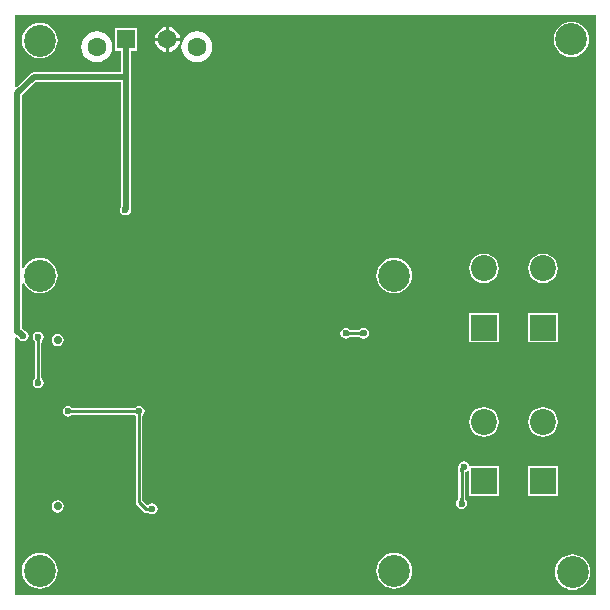
<source format=gbl>
G04*
G04 #@! TF.GenerationSoftware,Altium Limited,Altium Designer,19.0.10 (269)*
G04*
G04 Layer_Physical_Order=2*
G04 Layer_Color=16711680*
%FSLAX25Y25*%
%MOIN*%
G70*
G01*
G75*
%ADD10C,0.01000*%
%ADD48C,0.01968*%
%ADD49R,0.06299X0.06299*%
%ADD50C,0.06299*%
%ADD51C,0.10630*%
%ADD52R,0.08661X0.08661*%
%ADD53C,0.08661*%
%ADD54C,0.02756*%
%ADD55C,0.02362*%
G36*
X195219Y195219D02*
X195219Y1631D01*
X1631Y1631D01*
X1631Y87414D01*
X2131Y87806D01*
X2371Y87758D01*
X2690Y87439D01*
X3047Y86905D01*
X3636Y86511D01*
X4331Y86373D01*
X5026Y86511D01*
X5615Y86905D01*
X6008Y87494D01*
X6147Y88189D01*
X6008Y88884D01*
X5615Y89473D01*
X5026Y89867D01*
X4782Y89915D01*
X4185Y90512D01*
X4003Y90634D01*
Y105585D01*
X4503Y105710D01*
X4901Y104966D01*
X5640Y104065D01*
X6540Y103326D01*
X7568Y102777D01*
X8683Y102438D01*
X9843Y102324D01*
X11002Y102438D01*
X12117Y102777D01*
X13145Y103326D01*
X14045Y104065D01*
X14784Y104966D01*
X15334Y105993D01*
X15672Y107108D01*
X15786Y108268D01*
X15672Y109427D01*
X15334Y110542D01*
X14784Y111570D01*
X14045Y112470D01*
X13145Y113210D01*
X12117Y113759D01*
X11002Y114097D01*
X9843Y114211D01*
X8683Y114097D01*
X7568Y113759D01*
X6540Y113210D01*
X5640Y112470D01*
X4901Y111570D01*
X4503Y110826D01*
X4003Y110951D01*
Y168301D01*
X8515Y172814D01*
X36967D01*
Y131277D01*
X36708Y130888D01*
X36570Y130193D01*
X36708Y129499D01*
X37102Y128909D01*
X37691Y128516D01*
X38386Y128377D01*
X39081Y128516D01*
X39670Y128909D01*
X40064Y129499D01*
X40202Y130193D01*
X40180Y130301D01*
X40198Y130390D01*
Y175216D01*
Y183238D01*
X42332D01*
Y190737D01*
X34833D01*
Y183238D01*
X36967D01*
Y176044D01*
X7846D01*
X7228Y175921D01*
X6704Y175571D01*
X2093Y170961D01*
X1631Y171152D01*
Y195219D01*
X195219Y195219D01*
D02*
G37*
%LPC*%
G36*
X52862Y191107D02*
Y187487D01*
X56482D01*
X56405Y188070D01*
X55987Y189080D01*
X55322Y189947D01*
X54455Y190612D01*
X53446Y191030D01*
X52862Y191107D01*
D02*
G37*
G36*
X51862D02*
X51279Y191030D01*
X50270Y190612D01*
X49403Y189947D01*
X48737Y189080D01*
X48319Y188070D01*
X48243Y187487D01*
X51862D01*
Y191107D01*
D02*
G37*
G36*
X56482Y186487D02*
X52862D01*
Y182868D01*
X53446Y182944D01*
X54455Y183362D01*
X55322Y184028D01*
X55987Y184894D01*
X56405Y185904D01*
X56482Y186487D01*
D02*
G37*
G36*
X51862D02*
X48243D01*
X48319Y185904D01*
X48737Y184894D01*
X49403Y184028D01*
X50270Y183362D01*
X51279Y182944D01*
X51862Y182868D01*
Y186487D01*
D02*
G37*
G36*
X187008Y192951D02*
X185848Y192837D01*
X184733Y192499D01*
X183706Y191950D01*
X182805Y191211D01*
X182066Y190310D01*
X181517Y189282D01*
X181178Y188167D01*
X181064Y187008D01*
X181178Y185848D01*
X181517Y184733D01*
X182066Y183706D01*
X182805Y182805D01*
X183706Y182066D01*
X184733Y181517D01*
X185848Y181178D01*
X187008Y181064D01*
X188167Y181178D01*
X189282Y181517D01*
X190310Y182066D01*
X191211Y182805D01*
X191950Y183706D01*
X192499Y184733D01*
X192837Y185848D01*
X192951Y187008D01*
X192837Y188167D01*
X192499Y189282D01*
X191950Y190310D01*
X191211Y191211D01*
X190310Y191950D01*
X189282Y192499D01*
X188167Y192837D01*
X187008Y192951D01*
D02*
G37*
G36*
X9843Y192558D02*
X8683Y192444D01*
X7568Y192105D01*
X6540Y191556D01*
X5640Y190817D01*
X4901Y189916D01*
X4351Y188889D01*
X4013Y187774D01*
X3899Y186614D01*
X4013Y185455D01*
X4351Y184340D01*
X4901Y183312D01*
X5640Y182411D01*
X6540Y181672D01*
X7568Y181123D01*
X8683Y180785D01*
X9843Y180671D01*
X11002Y180785D01*
X12117Y181123D01*
X13145Y181672D01*
X14045Y182411D01*
X14784Y183312D01*
X15334Y184340D01*
X15672Y185455D01*
X15786Y186614D01*
X15672Y187774D01*
X15334Y188889D01*
X14784Y189916D01*
X14045Y190817D01*
X13145Y191556D01*
X12117Y192105D01*
X11002Y192444D01*
X9843Y192558D01*
D02*
G37*
G36*
X62205Y189679D02*
X60866Y189502D01*
X59619Y188986D01*
X58548Y188164D01*
X57726Y187093D01*
X57209Y185845D01*
X57033Y184507D01*
X57209Y183168D01*
X57726Y181921D01*
X58548Y180850D01*
X59619Y180028D01*
X60866Y179511D01*
X62205Y179335D01*
X63543Y179511D01*
X64791Y180028D01*
X65862Y180850D01*
X66684Y181921D01*
X67200Y183168D01*
X67377Y184507D01*
X67200Y185845D01*
X66684Y187093D01*
X65862Y188164D01*
X64791Y188986D01*
X63543Y189502D01*
X62205Y189679D01*
D02*
G37*
G36*
X28740D02*
X27402Y189502D01*
X26154Y188986D01*
X25083Y188164D01*
X24261Y187093D01*
X23745Y185845D01*
X23568Y184507D01*
X23745Y183168D01*
X24261Y181921D01*
X25083Y180850D01*
X26154Y180028D01*
X27402Y179511D01*
X28740Y179335D01*
X30079Y179511D01*
X31326Y180028D01*
X32397Y180850D01*
X33219Y181921D01*
X33736Y183168D01*
X33912Y184507D01*
X33736Y185845D01*
X33219Y187093D01*
X32397Y188164D01*
X31326Y188986D01*
X30079Y189502D01*
X28740Y189679D01*
D02*
G37*
G36*
X177559Y115603D02*
X176272Y115434D01*
X175072Y114937D01*
X174042Y114146D01*
X173252Y113117D01*
X172755Y111917D01*
X172586Y110630D01*
X172755Y109343D01*
X173252Y108143D01*
X174042Y107113D01*
X175072Y106323D01*
X176272Y105826D01*
X177559Y105657D01*
X178846Y105826D01*
X180046Y106323D01*
X181076Y107113D01*
X181866Y108143D01*
X182363Y109343D01*
X182532Y110630D01*
X182363Y111917D01*
X181866Y113117D01*
X181076Y114146D01*
X180046Y114937D01*
X178846Y115434D01*
X177559Y115603D01*
D02*
G37*
G36*
X157874D02*
X156587Y115434D01*
X155387Y114937D01*
X154357Y114146D01*
X153567Y113117D01*
X153070Y111917D01*
X152901Y110630D01*
X153070Y109343D01*
X153567Y108143D01*
X154357Y107113D01*
X155387Y106323D01*
X156587Y105826D01*
X157874Y105657D01*
X159161Y105826D01*
X160361Y106323D01*
X161391Y107113D01*
X162181Y108143D01*
X162678Y109343D01*
X162847Y110630D01*
X162678Y111917D01*
X162181Y113117D01*
X161391Y114146D01*
X160361Y114937D01*
X159161Y115434D01*
X157874Y115603D01*
D02*
G37*
G36*
X127953Y114211D02*
X126793Y114097D01*
X125678Y113759D01*
X124651Y113210D01*
X123750Y112470D01*
X123011Y111570D01*
X122462Y110542D01*
X122123Y109427D01*
X122009Y108268D01*
X122123Y107108D01*
X122462Y105993D01*
X123011Y104966D01*
X123750Y104065D01*
X124651Y103326D01*
X125678Y102777D01*
X126793Y102438D01*
X127953Y102324D01*
X129112Y102438D01*
X130227Y102777D01*
X131255Y103326D01*
X132156Y104065D01*
X132895Y104966D01*
X133444Y105993D01*
X133782Y107108D01*
X133896Y108268D01*
X133782Y109427D01*
X133444Y110542D01*
X132895Y111570D01*
X132156Y112470D01*
X131255Y113210D01*
X130227Y113759D01*
X129112Y114097D01*
X127953Y114211D01*
D02*
G37*
G36*
X117730Y90792D02*
X117035Y90654D01*
X116511Y90304D01*
X116446Y90280D01*
X116401Y90239D01*
X116378Y90221D01*
X116350Y90204D01*
X116318Y90187D01*
X116278Y90171D01*
X116231Y90157D01*
X116175Y90145D01*
X116110Y90135D01*
X116035Y90128D01*
X115934Y90126D01*
X115872Y90098D01*
X113669D01*
X113607Y90126D01*
X113506Y90128D01*
X113432Y90135D01*
X113367Y90145D01*
X113311Y90157D01*
X113263Y90171D01*
X113224Y90187D01*
X113191Y90204D01*
X113163Y90221D01*
X113140Y90239D01*
X113096Y90280D01*
X113030Y90304D01*
X112506Y90654D01*
X111811Y90792D01*
X111116Y90654D01*
X110527Y90260D01*
X110133Y89671D01*
X109995Y88976D01*
X110133Y88281D01*
X110527Y87692D01*
X111116Y87299D01*
X111811Y87160D01*
X112506Y87299D01*
X113030Y87649D01*
X113096Y87673D01*
X113140Y87714D01*
X113163Y87732D01*
X113191Y87749D01*
X113224Y87766D01*
X113263Y87781D01*
X113311Y87796D01*
X113367Y87808D01*
X113432Y87818D01*
X113506Y87824D01*
X113607Y87827D01*
X113669Y87855D01*
X115872D01*
X115934Y87827D01*
X116035Y87824D01*
X116110Y87818D01*
X116175Y87808D01*
X116231Y87796D01*
X116278Y87781D01*
X116318Y87766D01*
X116350Y87749D01*
X116378Y87732D01*
X116401Y87714D01*
X116446Y87673D01*
X116511Y87649D01*
X117035Y87299D01*
X117730Y87160D01*
X118425Y87299D01*
X119015Y87692D01*
X119408Y88281D01*
X119546Y88976D01*
X119408Y89671D01*
X119015Y90260D01*
X118425Y90654D01*
X117730Y90792D01*
D02*
G37*
G36*
X182490Y95876D02*
X172628D01*
Y86014D01*
X182490D01*
Y95876D01*
D02*
G37*
G36*
X162805D02*
X152943D01*
Y86014D01*
X162805D01*
Y95876D01*
D02*
G37*
G36*
X15748Y88828D02*
X14976Y88674D01*
X14322Y88237D01*
X13885Y87583D01*
X13731Y86811D01*
X13885Y86039D01*
X14322Y85385D01*
X14976Y84948D01*
X15748Y84794D01*
X16520Y84948D01*
X17174Y85385D01*
X17611Y86039D01*
X17765Y86811D01*
X17611Y87583D01*
X17174Y88237D01*
X16520Y88674D01*
X15748Y88828D01*
D02*
G37*
G36*
X9252Y89611D02*
X8557Y89473D01*
X7968Y89079D01*
X7574Y88490D01*
X7436Y87795D01*
X7574Y87100D01*
X7925Y86576D01*
X7949Y86510D01*
X7990Y86466D01*
X8008Y86443D01*
X8025Y86415D01*
X8041Y86383D01*
X8057Y86343D01*
X8071Y86296D01*
X8084Y86240D01*
X8094Y86174D01*
X8100Y86100D01*
X8103Y85999D01*
X8130Y85937D01*
Y74319D01*
X8103Y74257D01*
X8100Y74156D01*
X8094Y74081D01*
X8084Y74016D01*
X8071Y73960D01*
X8057Y73913D01*
X8041Y73873D01*
X8025Y73841D01*
X8008Y73813D01*
X7990Y73790D01*
X7949Y73746D01*
X7925Y73680D01*
X7574Y73156D01*
X7436Y72461D01*
X7574Y71766D01*
X7968Y71176D01*
X8557Y70783D01*
X9252Y70645D01*
X9947Y70783D01*
X10536Y71176D01*
X10930Y71766D01*
X11068Y72461D01*
X10930Y73156D01*
X10579Y73680D01*
X10555Y73746D01*
X10514Y73790D01*
X10496Y73813D01*
X10479Y73841D01*
X10463Y73873D01*
X10447Y73913D01*
X10433Y73960D01*
X10420Y74016D01*
X10410Y74081D01*
X10404Y74156D01*
X10401Y74257D01*
X10373Y74319D01*
Y85937D01*
X10401Y85999D01*
X10404Y86100D01*
X10410Y86174D01*
X10420Y86240D01*
X10433Y86296D01*
X10447Y86343D01*
X10463Y86383D01*
X10479Y86415D01*
X10496Y86443D01*
X10514Y86466D01*
X10555Y86510D01*
X10579Y86576D01*
X10930Y87100D01*
X11068Y87795D01*
X10930Y88490D01*
X10536Y89079D01*
X9947Y89473D01*
X9252Y89611D01*
D02*
G37*
G36*
X42913Y64808D02*
X42218Y64670D01*
X41629Y64276D01*
X41521Y64114D01*
X20684D01*
X20575Y64276D01*
X19986Y64670D01*
X19291Y64808D01*
X18596Y64670D01*
X18007Y64276D01*
X17614Y63687D01*
X17475Y62992D01*
X17614Y62297D01*
X18007Y61708D01*
X18596Y61314D01*
X19291Y61176D01*
X19986Y61314D01*
X20575Y61708D01*
X20684Y61871D01*
X41521D01*
X41629Y61708D01*
X41792Y61599D01*
Y32677D01*
X41792Y32677D01*
X41877Y32248D01*
X42120Y31884D01*
X44482Y29522D01*
X44482Y29522D01*
X44846Y29279D01*
X45276Y29193D01*
X45276Y29193D01*
X46011D01*
X46549Y28834D01*
X47244Y28696D01*
X47939Y28834D01*
X48528Y29228D01*
X48922Y29817D01*
X49060Y30512D01*
X48922Y31207D01*
X48528Y31796D01*
X47939Y32190D01*
X47244Y32328D01*
X46549Y32190D01*
X45960Y31796D01*
X45947Y31776D01*
X45449Y31727D01*
X44035Y33142D01*
Y61599D01*
X44197Y61708D01*
X44591Y62297D01*
X44729Y62992D01*
X44591Y63687D01*
X44197Y64276D01*
X43608Y64670D01*
X42913Y64808D01*
D02*
G37*
G36*
X177559Y64422D02*
X176272Y64253D01*
X175072Y63756D01*
X174042Y62965D01*
X173252Y61935D01*
X172755Y60736D01*
X172586Y59449D01*
X172755Y58162D01*
X173252Y56962D01*
X174042Y55932D01*
X175072Y55142D01*
X176272Y54645D01*
X177559Y54475D01*
X178846Y54645D01*
X180046Y55142D01*
X181076Y55932D01*
X181866Y56962D01*
X182363Y58162D01*
X182532Y59449D01*
X182363Y60736D01*
X181866Y61935D01*
X181076Y62965D01*
X180046Y63756D01*
X178846Y64253D01*
X177559Y64422D01*
D02*
G37*
G36*
X157874D02*
X156587Y64253D01*
X155387Y63756D01*
X154357Y62965D01*
X153567Y61935D01*
X153070Y60736D01*
X152901Y59449D01*
X153070Y58162D01*
X153567Y56962D01*
X154357Y55932D01*
X155387Y55142D01*
X156587Y54645D01*
X157874Y54475D01*
X159161Y54645D01*
X160361Y55142D01*
X161391Y55932D01*
X162181Y56962D01*
X162678Y58162D01*
X162847Y59449D01*
X162678Y60736D01*
X162181Y61935D01*
X161391Y62965D01*
X160361Y63756D01*
X159161Y64253D01*
X157874Y64422D01*
D02*
G37*
G36*
X182490Y44694D02*
X172628D01*
Y34833D01*
X182490D01*
Y44694D01*
D02*
G37*
G36*
X151181Y46304D02*
X150486Y46166D01*
X149897Y45772D01*
X149503Y45183D01*
X149365Y44488D01*
X149391Y44360D01*
X149374Y44328D01*
X149354Y44113D01*
X149272Y43701D01*
X149272Y43701D01*
Y43230D01*
X149247Y42959D01*
X149272Y42878D01*
Y34142D01*
X149244Y34080D01*
X149242Y33979D01*
X149235Y33904D01*
X149225Y33839D01*
X149213Y33783D01*
X149199Y33736D01*
X149183Y33696D01*
X149166Y33663D01*
X149149Y33636D01*
X149131Y33612D01*
X149091Y33568D01*
X149066Y33503D01*
X148716Y32978D01*
X148578Y32283D01*
X148716Y31589D01*
X149110Y30999D01*
X149699Y30606D01*
X150394Y30468D01*
X151089Y30606D01*
X151678Y30999D01*
X152071Y31589D01*
X152210Y32283D01*
X152071Y32978D01*
X151721Y33503D01*
X151697Y33568D01*
X151656Y33612D01*
X151638Y33636D01*
X151621Y33663D01*
X151604Y33696D01*
X151589Y33736D01*
X151574Y33783D01*
X151562Y33839D01*
X151552Y33904D01*
X151546Y33979D01*
X151543Y34080D01*
X151515Y34142D01*
Y42459D01*
X151521Y42467D01*
X151515Y42513D01*
Y42554D01*
X151543Y42616D01*
X151546Y42721D01*
X151548Y42745D01*
X151876Y42810D01*
X152443Y43189D01*
X152569Y43164D01*
X152943Y43020D01*
Y34833D01*
X162805D01*
Y44694D01*
X153061D01*
X153061Y44695D01*
X152972Y44695D01*
X152866Y45146D01*
X152859Y45183D01*
X152465Y45772D01*
X151876Y46166D01*
X151181Y46304D01*
D02*
G37*
G36*
X15748Y33316D02*
X14976Y33162D01*
X14322Y32725D01*
X13885Y32071D01*
X13731Y31299D01*
X13885Y30527D01*
X14322Y29873D01*
X14976Y29436D01*
X15748Y29283D01*
X16520Y29436D01*
X17174Y29873D01*
X17611Y30527D01*
X17765Y31299D01*
X17611Y32071D01*
X17174Y32725D01*
X16520Y33162D01*
X15748Y33316D01*
D02*
G37*
G36*
X127953Y15786D02*
X126793Y15672D01*
X125678Y15334D01*
X124651Y14784D01*
X123750Y14045D01*
X123011Y13145D01*
X122462Y12117D01*
X122123Y11002D01*
X122009Y9843D01*
X122123Y8683D01*
X122462Y7568D01*
X123011Y6540D01*
X123750Y5640D01*
X124651Y4901D01*
X125678Y4351D01*
X126793Y4013D01*
X127953Y3899D01*
X129112Y4013D01*
X130227Y4351D01*
X131255Y4901D01*
X132156Y5640D01*
X132895Y6540D01*
X133444Y7568D01*
X133782Y8683D01*
X133896Y9843D01*
X133782Y11002D01*
X133444Y12117D01*
X132895Y13145D01*
X132156Y14045D01*
X131255Y14784D01*
X130227Y15334D01*
X129112Y15672D01*
X127953Y15786D01*
D02*
G37*
G36*
X9843D02*
X8683Y15672D01*
X7568Y15334D01*
X6540Y14784D01*
X5640Y14045D01*
X4901Y13145D01*
X4351Y12117D01*
X4013Y11002D01*
X3899Y9843D01*
X4013Y8683D01*
X4351Y7568D01*
X4901Y6540D01*
X5640Y5640D01*
X6540Y4901D01*
X7568Y4351D01*
X8683Y4013D01*
X9843Y3899D01*
X11002Y4013D01*
X12117Y4351D01*
X13145Y4901D01*
X14045Y5640D01*
X14784Y6540D01*
X15334Y7568D01*
X15672Y8683D01*
X15786Y9843D01*
X15672Y11002D01*
X15334Y12117D01*
X14784Y13145D01*
X14045Y14045D01*
X13145Y14784D01*
X12117Y15334D01*
X11002Y15672D01*
X9843Y15786D01*
D02*
G37*
G36*
X187402Y15392D02*
X186242Y15278D01*
X185127Y14940D01*
X184099Y14391D01*
X183199Y13652D01*
X182460Y12751D01*
X181910Y11723D01*
X181572Y10608D01*
X181458Y9449D01*
X181572Y8289D01*
X181910Y7174D01*
X182460Y6147D01*
X183199Y5246D01*
X184099Y4507D01*
X185127Y3958D01*
X186242Y3619D01*
X187402Y3505D01*
X188561Y3619D01*
X189676Y3958D01*
X190704Y4507D01*
X191604Y5246D01*
X192343Y6147D01*
X192893Y7174D01*
X193231Y8289D01*
X193345Y9449D01*
X193231Y10608D01*
X192893Y11723D01*
X192343Y12751D01*
X191604Y13652D01*
X190704Y14391D01*
X189676Y14940D01*
X188561Y15278D01*
X187402Y15392D01*
D02*
G37*
%LPD*%
G36*
X116887Y88150D02*
X116820Y88212D01*
X116747Y88267D01*
X116668Y88316D01*
X116584Y88359D01*
X116493Y88395D01*
X116396Y88424D01*
X116294Y88447D01*
X116186Y88463D01*
X116072Y88473D01*
X115952Y88476D01*
Y89476D01*
X116072Y89480D01*
X116186Y89489D01*
X116294Y89506D01*
X116396Y89529D01*
X116493Y89558D01*
X116584Y89594D01*
X116668Y89636D01*
X116747Y89685D01*
X116820Y89741D01*
X116887Y89803D01*
Y88150D01*
D02*
G37*
G36*
X112722Y89741D02*
X112794Y89685D01*
X112873Y89636D01*
X112958Y89594D01*
X113049Y89558D01*
X113145Y89529D01*
X113247Y89506D01*
X113356Y89489D01*
X113470Y89480D01*
X113590Y89476D01*
Y88476D01*
X113470Y88473D01*
X113356Y88463D01*
X113247Y88447D01*
X113145Y88424D01*
X113049Y88395D01*
X112958Y88359D01*
X112873Y88316D01*
X112794Y88267D01*
X112722Y88212D01*
X112654Y88150D01*
Y89803D01*
X112722Y89741D01*
D02*
G37*
G36*
X10017Y86885D02*
X9961Y86812D01*
X9912Y86733D01*
X9870Y86648D01*
X9834Y86558D01*
X9804Y86461D01*
X9781Y86359D01*
X9765Y86251D01*
X9755Y86137D01*
X9752Y86017D01*
X8752D01*
X8749Y86137D01*
X8739Y86251D01*
X8723Y86359D01*
X8700Y86461D01*
X8670Y86558D01*
X8634Y86648D01*
X8592Y86733D01*
X8543Y86812D01*
X8487Y86885D01*
X8425Y86952D01*
X10079D01*
X10017Y86885D01*
D02*
G37*
G36*
X9755Y74119D02*
X9765Y74005D01*
X9781Y73897D01*
X9804Y73795D01*
X9834Y73698D01*
X9870Y73607D01*
X9912Y73523D01*
X9961Y73444D01*
X10017Y73371D01*
X10079Y73304D01*
X8425D01*
X8487Y73371D01*
X8543Y73444D01*
X8592Y73523D01*
X8634Y73607D01*
X8670Y73698D01*
X8700Y73795D01*
X8723Y73897D01*
X8739Y74005D01*
X8749Y74119D01*
X8752Y74239D01*
X9752D01*
X9755Y74119D01*
D02*
G37*
G36*
X151235Y43308D02*
X151170Y43299D01*
X151112Y43276D01*
X151061Y43241D01*
X151017Y43193D01*
X150979Y43132D01*
X150948Y43058D01*
X150924Y42971D01*
X150907Y42872D01*
X150897Y42759D01*
X150894Y42634D01*
X149894Y42899D01*
X150021Y44268D01*
X151235Y43308D01*
D02*
G37*
G36*
X150897Y33942D02*
X150907Y33828D01*
X150923Y33720D01*
X150946Y33617D01*
X150975Y33521D01*
X151011Y33430D01*
X151054Y33346D01*
X151103Y33267D01*
X151158Y33194D01*
X151221Y33127D01*
X149567D01*
X149629Y33194D01*
X149685Y33267D01*
X149734Y33346D01*
X149776Y33430D01*
X149812Y33521D01*
X149841Y33617D01*
X149864Y33720D01*
X149881Y33828D01*
X149890Y33942D01*
X149894Y34062D01*
X150894D01*
X150897Y33942D01*
D02*
G37*
D10*
X45276Y30315D02*
X47047D01*
X47244Y30512D01*
X42913Y32677D02*
X45276Y30315D01*
X150394Y43701D02*
X151181Y44488D01*
X150394Y32283D02*
Y43701D01*
X42913Y32677D02*
Y62992D01*
X111811Y88976D02*
X117730D01*
X9252Y72461D02*
Y87795D01*
X19291Y62992D02*
X42913D01*
D48*
X37795Y174429D02*
X38583Y175216D01*
X7846Y174429D02*
X37795D01*
X38583Y130390D02*
Y175216D01*
Y186987D01*
X2387Y168971D02*
X7846Y174429D01*
X38386Y130193D02*
X38583Y130390D01*
X2387Y89370D02*
X3043D01*
X4224Y88189D01*
X4331D01*
X2387Y89370D02*
Y168971D01*
D49*
X38583Y186987D02*
D03*
D50*
X52362D02*
D03*
X28740Y184507D02*
D03*
X62205D02*
D03*
D51*
X187402Y9449D02*
D03*
X187008Y187008D02*
D03*
X9843Y186614D02*
D03*
Y108268D02*
D03*
X127953D02*
D03*
Y9843D02*
D03*
X9843D02*
D03*
D52*
X177559Y90945D02*
D03*
X157874D02*
D03*
X177559Y39764D02*
D03*
X157874D02*
D03*
D53*
X177559Y110630D02*
D03*
X157874D02*
D03*
X177559Y59449D02*
D03*
X157874D02*
D03*
D54*
X15748Y31299D02*
D03*
Y86811D02*
D03*
D55*
X182087Y167323D02*
D03*
X167323Y137795D02*
D03*
Y78740D02*
D03*
X182087Y49213D02*
D03*
X152559Y167323D02*
D03*
X137795Y137795D02*
D03*
Y78740D02*
D03*
X123031Y167323D02*
D03*
X108268Y137795D02*
D03*
Y78740D02*
D03*
X123031Y49213D02*
D03*
X93504Y167323D02*
D03*
X78740Y137795D02*
D03*
X93504Y108268D02*
D03*
X78740Y78740D02*
D03*
X93504Y49213D02*
D03*
X63976Y167323D02*
D03*
X49213Y137795D02*
D03*
X63976Y108268D02*
D03*
Y49213D02*
D03*
X49213Y19685D02*
D03*
X34449Y167323D02*
D03*
X19685Y137795D02*
D03*
X34449Y108268D02*
D03*
X19685Y19685D02*
D03*
X52362Y181496D02*
D03*
X48819Y101102D02*
D03*
X66665Y75197D02*
D03*
X58268Y82825D02*
D03*
X34252Y82677D02*
D03*
X4724Y72047D02*
D03*
X9350Y35433D02*
D03*
X38484Y27559D02*
D03*
X54331Y11713D02*
D03*
X72866Y40551D02*
D03*
X57480Y53051D02*
D03*
X130315Y173276D02*
D03*
X140581Y184261D02*
D03*
X130315Y184133D02*
D03*
X92913Y187795D02*
D03*
X47244Y30512D02*
D03*
X59842Y24016D02*
D03*
X117730Y88976D02*
D03*
X111811D02*
D03*
X75984Y99213D02*
D03*
X9252Y72461D02*
D03*
Y87795D02*
D03*
X38386Y130193D02*
D03*
X60236Y76575D02*
D03*
X150394Y32283D02*
D03*
X42913Y62992D02*
D03*
X38583Y72835D02*
D03*
X151181Y44488D02*
D03*
X19291Y62992D02*
D03*
X4331Y88189D02*
D03*
M02*

</source>
